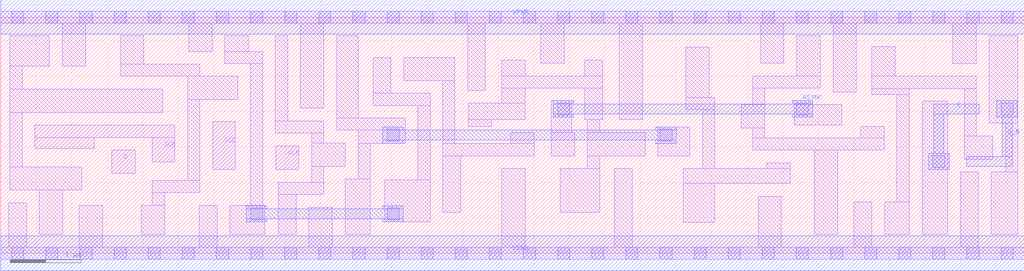
<source format=lef>
# Copyright 2020 The SkyWater PDK Authors
#
# Licensed under the Apache License, Version 2.0 (the "License");
# you may not use this file except in compliance with the License.
# You may obtain a copy of the License at
#
#     https://www.apache.org/licenses/LICENSE-2.0
#
# Unless required by applicable law or agreed to in writing, software
# distributed under the License is distributed on an "AS IS" BASIS,
# WITHOUT WARRANTIES OR CONDITIONS OF ANY KIND, either express or implied.
# See the License for the specific language governing permissions and
# limitations under the License.
#
# SPDX-License-Identifier: Apache-2.0

VERSION 5.7 ;
  NOWIREEXTENSIONATPIN ON ;
  DIVIDERCHAR "/" ;
  BUSBITCHARS "[]" ;
UNITS
  DATABASE MICRONS 200 ;
END UNITS
MACRO sky130_fd_sc_lp__sregrbp_1
  CLASS CORE ;
  FOREIGN sky130_fd_sc_lp__sregrbp_1 ;
  ORIGIN  0.000000  0.000000 ;
  SIZE  14.40000 BY  3.330000 ;
  SYMMETRY X Y R90 ;
  SITE unit ;
  PIN ASYNC
    ANTENNAGATEAREA  0.444000 ;
    DIRECTION INPUT ;
    USE SIGNAL ;
    PORT
      LAYER met1 ;
        RECT  7.775000 1.920000  8.065000 1.965000 ;
        RECT  7.775000 1.965000 11.425000 2.105000 ;
        RECT  7.775000 2.105000  8.065000 2.150000 ;
        RECT 11.135000 1.920000 11.425000 1.965000 ;
        RECT 11.135000 2.105000 11.425000 2.150000 ;
    END
  END ASYNC
  PIN D
    ANTENNAGATEAREA  0.126000 ;
    DIRECTION INPUT ;
    USE SIGNAL ;
    PORT
      LAYER li1 ;
        RECT 1.560000 1.125000 1.890000 1.455000 ;
    END
  END D
  PIN Q
    ANTENNADIFFAREA  0.598500 ;
    DIRECTION OUTPUT ;
    USE SIGNAL ;
    PORT
      LAYER met1 ;
        RECT 13.055000 1.180000 13.345000 1.410000 ;
        RECT 13.130000 1.410000 13.270000 1.965000 ;
        RECT 13.130000 1.965000 13.765000 2.105000 ;
    END
  END Q
  PIN Q_N
    ANTENNADIFFAREA  0.598500 ;
    DIRECTION OUTPUT ;
    USE SIGNAL ;
    PORT
      LAYER met1 ;
        RECT 13.595000 1.225000 14.230000 1.365000 ;
        RECT 14.015000 1.920000 14.305000 2.150000 ;
        RECT 14.090000 1.365000 14.230000 1.920000 ;
    END
  END Q_N
  PIN SCD
    ANTENNAGATEAREA  0.126000 ;
    DIRECTION INPUT ;
    USE SIGNAL ;
    PORT
      LAYER li1 ;
        RECT 2.980000 1.180000 3.300000 1.855000 ;
    END
  END SCD
  PIN SCE
    ANTENNAGATEAREA  0.252000 ;
    DIRECTION INPUT ;
    USE SIGNAL ;
    PORT
      LAYER li1 ;
        RECT 0.480000 1.475000 1.315000 1.635000 ;
        RECT 0.480000 1.635000 2.450000 1.805000 ;
        RECT 2.130000 1.285000 2.450000 1.635000 ;
    END
  END SCE
  PIN CLK
    ANTENNAGATEAREA  0.315000 ;
    DIRECTION INPUT ;
    USE CLOCK ;
    PORT
      LAYER li1 ;
        RECT 3.870000 1.180000 4.195000 1.515000 ;
    END
  END CLK
  PIN VGND
    DIRECTION INOUT ;
    USE GROUND ;
    PORT
      LAYER met1 ;
        RECT 0.000000 -0.245000 14.400000 0.245000 ;
    END
  END VGND
  PIN VPWR
    DIRECTION INOUT ;
    USE POWER ;
    PORT
      LAYER met1 ;
        RECT 0.000000 3.085000 14.400000 3.575000 ;
    END
  END VPWR
  OBS
    LAYER li1 ;
      RECT  0.000000 -0.085000 14.400000 0.085000 ;
      RECT  0.000000  3.245000 14.400000 3.415000 ;
      RECT  0.115000  0.085000  0.365000 0.710000 ;
      RECT  0.130000  0.890000  1.140000 1.220000 ;
      RECT  0.130000  1.220000  0.300000 1.985000 ;
      RECT  0.130000  1.985000  2.280000 2.315000 ;
      RECT  0.130000  2.315000  0.300000 2.635000 ;
      RECT  0.130000  2.635000  0.685000 3.065000 ;
      RECT  0.545000  0.265000  0.875000 0.890000 ;
      RECT  0.865000  2.635000  1.195000 3.245000 ;
      RECT  1.105000  0.085000  1.435000 0.675000 ;
      RECT  1.685000  2.495000  2.800000 2.665000 ;
      RECT  1.685000  2.665000  2.015000 3.065000 ;
      RECT  1.975000  0.265000  2.305000 0.675000 ;
      RECT  2.135000  0.675000  2.305000 0.855000 ;
      RECT  2.135000  0.855000  2.800000 1.025000 ;
      RECT  2.630000  1.025000  2.800000 2.165000 ;
      RECT  2.630000  2.165000  3.335000 2.495000 ;
      RECT  2.645000  2.845000  2.975000 3.245000 ;
      RECT  2.795000  0.085000  3.045000 0.675000 ;
      RECT  3.155000  2.675000  3.685000 2.845000 ;
      RECT  3.155000  2.845000  3.485000 3.065000 ;
      RECT  3.225000  0.265000  3.715000 0.675000 ;
      RECT  3.515000  0.675000  3.685000 2.675000 ;
      RECT  3.865000  1.695000  4.545000 1.865000 ;
      RECT  3.865000  1.865000  4.035000 3.065000 ;
      RECT  3.905000  0.265000  4.155000 0.830000 ;
      RECT  3.905000  0.830000  4.545000 1.000000 ;
      RECT  4.215000  2.045000  4.545000 3.245000 ;
      RECT  4.335000  0.085000  4.665000 0.650000 ;
      RECT  4.375000  1.000000  4.545000 1.225000 ;
      RECT  4.375000  1.225000  4.850000 1.555000 ;
      RECT  4.375000  1.555000  4.545000 1.695000 ;
      RECT  4.725000  1.735000  5.690000 1.905000 ;
      RECT  4.725000  1.905000  5.030000 3.065000 ;
      RECT  4.845000  0.265000  5.200000 1.045000 ;
      RECT  5.030000  1.045000  5.200000 1.550000 ;
      RECT  5.030000  1.550000  5.690000 1.735000 ;
      RECT  5.240000  2.085000  6.040000 2.255000 ;
      RECT  5.240000  2.255000  5.490000 2.755000 ;
      RECT  5.405000  0.440000  6.040000 1.035000 ;
      RECT  5.670000  2.435000  6.390000 2.755000 ;
      RECT  5.870000  1.035000  6.040000 2.085000 ;
      RECT  6.220000  0.575000  6.470000 1.375000 ;
      RECT  6.220000  1.375000  7.505000 1.545000 ;
      RECT  6.220000  1.545000  6.390000 2.435000 ;
      RECT  6.570000  2.295000  6.820000 3.245000 ;
      RECT  6.580000  1.785000  6.910000 1.885000 ;
      RECT  6.580000  1.885000  7.380000 2.115000 ;
      RECT  7.050000  0.085000  7.380000 1.195000 ;
      RECT  7.050000  2.115000  7.380000 2.330000 ;
      RECT  7.050000  2.330000  8.470000 2.500000 ;
      RECT  7.050000  2.500000  7.380000 2.725000 ;
      RECT  7.175000  1.545000  7.505000 1.705000 ;
      RECT  7.595000  2.680000  7.925000 3.245000 ;
      RECT  7.745000  1.375000  8.075000 1.705000 ;
      RECT  7.745000  1.705000  8.035000 2.150000 ;
      RECT  7.870000  0.575000  8.425000 1.195000 ;
      RECT  8.220000  1.885000  8.470000 2.330000 ;
      RECT  8.220000  2.500000  8.470000 2.725000 ;
      RECT  8.255000  1.195000  8.425000 1.375000 ;
      RECT  8.255000  1.375000  9.065000 1.705000 ;
      RECT  8.255000  1.705000  8.425000 1.885000 ;
      RECT  8.635000  0.085000  8.885000 1.195000 ;
      RECT  8.700000  1.885000  9.030000 3.245000 ;
      RECT  9.245000  1.375000  9.695000 1.780000 ;
      RECT  9.605000  0.435000 10.045000 0.985000 ;
      RECT  9.605000  0.985000 11.110000 1.195000 ;
      RECT  9.640000  2.025000 10.045000 2.195000 ;
      RECT  9.640000  2.195000  9.970000 2.905000 ;
      RECT  9.875000  1.195000 10.045000 2.025000 ;
      RECT 10.420000  1.765000 10.750000 2.095000 ;
      RECT 10.580000  1.455000 12.430000 1.625000 ;
      RECT 10.580000  1.625000 10.750000 1.765000 ;
      RECT 10.580000  2.095000 10.750000 2.330000 ;
      RECT 10.580000  2.330000 11.530000 2.500000 ;
      RECT 10.655000  0.085000 10.985000 0.805000 ;
      RECT 10.690000  2.680000 11.020000 3.245000 ;
      RECT 10.780000  1.195000 11.110000 1.275000 ;
      RECT 11.165000  1.805000 11.835000 2.095000 ;
      RECT 11.165000  2.095000 11.395000 2.150000 ;
      RECT 11.200000  2.500000 11.530000 3.065000 ;
      RECT 11.445000  0.265000 11.775000 1.455000 ;
      RECT 11.710000  2.275000 12.040000 3.245000 ;
      RECT 12.005000  0.085000 12.255000 0.725000 ;
      RECT 12.100000  1.625000 12.430000 1.785000 ;
      RECT 12.255000  2.235000 12.780000 2.325000 ;
      RECT 12.255000  2.325000 13.725000 2.495000 ;
      RECT 12.255000  2.495000 12.585000 2.915000 ;
      RECT 12.435000  0.265000 12.780000 0.725000 ;
      RECT 12.610000  0.725000 12.780000 2.235000 ;
      RECT 12.965000  0.265000 13.325000 2.145000 ;
      RECT 13.395000  2.675000 13.725000 3.245000 ;
      RECT 13.505000  0.085000 13.755000 1.145000 ;
      RECT 13.555000  1.325000 13.960000 1.655000 ;
      RECT 13.555000  1.655000 13.725000 2.325000 ;
      RECT 13.905000  1.835000 14.310000 3.065000 ;
      RECT 13.935000  0.265000 14.310000 1.145000 ;
      RECT 14.140000  1.145000 14.310000 1.835000 ;
    LAYER mcon ;
      RECT  0.155000 -0.085000  0.325000 0.085000 ;
      RECT  0.155000  3.245000  0.325000 3.415000 ;
      RECT  0.635000 -0.085000  0.805000 0.085000 ;
      RECT  0.635000  3.245000  0.805000 3.415000 ;
      RECT  1.115000 -0.085000  1.285000 0.085000 ;
      RECT  1.115000  3.245000  1.285000 3.415000 ;
      RECT  1.595000 -0.085000  1.765000 0.085000 ;
      RECT  1.595000  3.245000  1.765000 3.415000 ;
      RECT  2.075000 -0.085000  2.245000 0.085000 ;
      RECT  2.075000  3.245000  2.245000 3.415000 ;
      RECT  2.555000 -0.085000  2.725000 0.085000 ;
      RECT  2.555000  3.245000  2.725000 3.415000 ;
      RECT  3.035000 -0.085000  3.205000 0.085000 ;
      RECT  3.035000  3.245000  3.205000 3.415000 ;
      RECT  3.515000 -0.085000  3.685000 0.085000 ;
      RECT  3.515000  0.470000  3.685000 0.640000 ;
      RECT  3.515000  3.245000  3.685000 3.415000 ;
      RECT  3.995000 -0.085000  4.165000 0.085000 ;
      RECT  3.995000  3.245000  4.165000 3.415000 ;
      RECT  4.475000 -0.085000  4.645000 0.085000 ;
      RECT  4.475000  3.245000  4.645000 3.415000 ;
      RECT  4.955000 -0.085000  5.125000 0.085000 ;
      RECT  4.955000  3.245000  5.125000 3.415000 ;
      RECT  5.435000 -0.085000  5.605000 0.085000 ;
      RECT  5.435000  0.470000  5.605000 0.640000 ;
      RECT  5.435000  1.580000  5.605000 1.750000 ;
      RECT  5.435000  3.245000  5.605000 3.415000 ;
      RECT  5.915000 -0.085000  6.085000 0.085000 ;
      RECT  5.915000  3.245000  6.085000 3.415000 ;
      RECT  6.395000 -0.085000  6.565000 0.085000 ;
      RECT  6.395000  3.245000  6.565000 3.415000 ;
      RECT  6.875000 -0.085000  7.045000 0.085000 ;
      RECT  6.875000  3.245000  7.045000 3.415000 ;
      RECT  7.355000 -0.085000  7.525000 0.085000 ;
      RECT  7.355000  3.245000  7.525000 3.415000 ;
      RECT  7.835000 -0.085000  8.005000 0.085000 ;
      RECT  7.835000  1.950000  8.005000 2.120000 ;
      RECT  7.835000  3.245000  8.005000 3.415000 ;
      RECT  8.315000 -0.085000  8.485000 0.085000 ;
      RECT  8.315000  3.245000  8.485000 3.415000 ;
      RECT  8.795000 -0.085000  8.965000 0.085000 ;
      RECT  8.795000  3.245000  8.965000 3.415000 ;
      RECT  9.275000 -0.085000  9.445000 0.085000 ;
      RECT  9.275000  1.580000  9.445000 1.750000 ;
      RECT  9.275000  3.245000  9.445000 3.415000 ;
      RECT  9.755000 -0.085000  9.925000 0.085000 ;
      RECT  9.755000  3.245000  9.925000 3.415000 ;
      RECT 10.235000 -0.085000 10.405000 0.085000 ;
      RECT 10.235000  3.245000 10.405000 3.415000 ;
      RECT 10.715000 -0.085000 10.885000 0.085000 ;
      RECT 10.715000  3.245000 10.885000 3.415000 ;
      RECT 11.195000 -0.085000 11.365000 0.085000 ;
      RECT 11.195000  1.950000 11.365000 2.120000 ;
      RECT 11.195000  3.245000 11.365000 3.415000 ;
      RECT 11.675000 -0.085000 11.845000 0.085000 ;
      RECT 11.675000  3.245000 11.845000 3.415000 ;
      RECT 12.155000 -0.085000 12.325000 0.085000 ;
      RECT 12.155000  3.245000 12.325000 3.415000 ;
      RECT 12.635000 -0.085000 12.805000 0.085000 ;
      RECT 12.635000  3.245000 12.805000 3.415000 ;
      RECT 13.115000 -0.085000 13.285000 0.085000 ;
      RECT 13.115000  1.210000 13.285000 1.380000 ;
      RECT 13.115000  3.245000 13.285000 3.415000 ;
      RECT 13.595000 -0.085000 13.765000 0.085000 ;
      RECT 13.595000  3.245000 13.765000 3.415000 ;
      RECT 14.075000 -0.085000 14.245000 0.085000 ;
      RECT 14.075000  1.950000 14.245000 2.120000 ;
      RECT 14.075000  3.245000 14.245000 3.415000 ;
    LAYER met1 ;
      RECT 3.455000 0.440000 3.745000 0.485000 ;
      RECT 3.455000 0.485000 5.665000 0.625000 ;
      RECT 3.455000 0.625000 3.745000 0.670000 ;
      RECT 5.375000 0.440000 5.665000 0.485000 ;
      RECT 5.375000 0.625000 5.665000 0.670000 ;
      RECT 5.375000 1.550000 5.665000 1.595000 ;
      RECT 5.375000 1.595000 9.505000 1.735000 ;
      RECT 5.375000 1.735000 5.665000 1.780000 ;
      RECT 9.215000 1.550000 9.505000 1.595000 ;
      RECT 9.215000 1.735000 9.505000 1.780000 ;
  END
END sky130_fd_sc_lp__sregrbp_1
END LIBRARY

</source>
